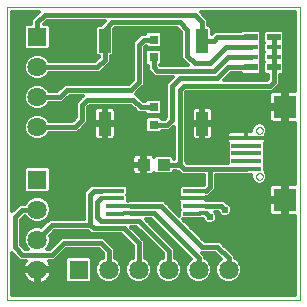
<source format=gtl>
G75*
%MOIN*%
%OFA0B0*%
%FSLAX25Y25*%
%IPPOS*%
%LPD*%
%AMOC8*
5,1,8,0,0,1.08239X$1,22.5*
%
%ADD10C,0.00000*%
%ADD11R,0.04331X0.03937*%
%ADD12R,0.05906X0.01181*%
%ADD13R,0.06425X0.06425*%
%ADD14C,0.06425*%
%ADD15R,0.03150X0.03150*%
%ADD16R,0.04528X0.01732*%
%ADD17R,0.04528X0.02480*%
%ADD18R,0.03937X0.07874*%
%ADD19R,0.09843X0.01575*%
%ADD20R,0.07480X0.07480*%
%ADD21C,0.01600*%
%ADD22C,0.02400*%
%ADD23C,0.01200*%
D10*
X0001600Y0001600D02*
X0001600Y0099100D01*
X0099100Y0099100D01*
X0099100Y0001600D01*
X0001600Y0001600D01*
X0084552Y0042673D02*
X0084554Y0042738D01*
X0084560Y0042804D01*
X0084570Y0042868D01*
X0084583Y0042932D01*
X0084601Y0042995D01*
X0084622Y0043057D01*
X0084647Y0043117D01*
X0084676Y0043176D01*
X0084708Y0043233D01*
X0084744Y0043288D01*
X0084782Y0043341D01*
X0084824Y0043391D01*
X0084869Y0043439D01*
X0084917Y0043484D01*
X0084967Y0043526D01*
X0085020Y0043564D01*
X0085075Y0043600D01*
X0085132Y0043632D01*
X0085191Y0043661D01*
X0085251Y0043686D01*
X0085313Y0043707D01*
X0085376Y0043725D01*
X0085440Y0043738D01*
X0085504Y0043748D01*
X0085570Y0043754D01*
X0085635Y0043756D01*
X0085700Y0043754D01*
X0085766Y0043748D01*
X0085830Y0043738D01*
X0085894Y0043725D01*
X0085957Y0043707D01*
X0086019Y0043686D01*
X0086079Y0043661D01*
X0086138Y0043632D01*
X0086195Y0043600D01*
X0086250Y0043564D01*
X0086303Y0043526D01*
X0086353Y0043484D01*
X0086401Y0043439D01*
X0086446Y0043391D01*
X0086488Y0043341D01*
X0086526Y0043288D01*
X0086562Y0043233D01*
X0086594Y0043176D01*
X0086623Y0043117D01*
X0086648Y0043057D01*
X0086669Y0042995D01*
X0086687Y0042932D01*
X0086700Y0042868D01*
X0086710Y0042804D01*
X0086716Y0042738D01*
X0086718Y0042673D01*
X0086716Y0042608D01*
X0086710Y0042542D01*
X0086700Y0042478D01*
X0086687Y0042414D01*
X0086669Y0042351D01*
X0086648Y0042289D01*
X0086623Y0042229D01*
X0086594Y0042170D01*
X0086562Y0042113D01*
X0086526Y0042058D01*
X0086488Y0042005D01*
X0086446Y0041955D01*
X0086401Y0041907D01*
X0086353Y0041862D01*
X0086303Y0041820D01*
X0086250Y0041782D01*
X0086195Y0041746D01*
X0086138Y0041714D01*
X0086079Y0041685D01*
X0086019Y0041660D01*
X0085957Y0041639D01*
X0085894Y0041621D01*
X0085830Y0041608D01*
X0085766Y0041598D01*
X0085700Y0041592D01*
X0085635Y0041590D01*
X0085570Y0041592D01*
X0085504Y0041598D01*
X0085440Y0041608D01*
X0085376Y0041621D01*
X0085313Y0041639D01*
X0085251Y0041660D01*
X0085191Y0041685D01*
X0085132Y0041714D01*
X0085075Y0041746D01*
X0085020Y0041782D01*
X0084967Y0041820D01*
X0084917Y0041862D01*
X0084869Y0041907D01*
X0084824Y0041955D01*
X0084782Y0042005D01*
X0084744Y0042058D01*
X0084708Y0042113D01*
X0084676Y0042170D01*
X0084647Y0042229D01*
X0084622Y0042289D01*
X0084601Y0042351D01*
X0084583Y0042414D01*
X0084570Y0042478D01*
X0084560Y0042542D01*
X0084554Y0042608D01*
X0084552Y0042673D01*
X0084552Y0058027D02*
X0084554Y0058092D01*
X0084560Y0058158D01*
X0084570Y0058222D01*
X0084583Y0058286D01*
X0084601Y0058349D01*
X0084622Y0058411D01*
X0084647Y0058471D01*
X0084676Y0058530D01*
X0084708Y0058587D01*
X0084744Y0058642D01*
X0084782Y0058695D01*
X0084824Y0058745D01*
X0084869Y0058793D01*
X0084917Y0058838D01*
X0084967Y0058880D01*
X0085020Y0058918D01*
X0085075Y0058954D01*
X0085132Y0058986D01*
X0085191Y0059015D01*
X0085251Y0059040D01*
X0085313Y0059061D01*
X0085376Y0059079D01*
X0085440Y0059092D01*
X0085504Y0059102D01*
X0085570Y0059108D01*
X0085635Y0059110D01*
X0085700Y0059108D01*
X0085766Y0059102D01*
X0085830Y0059092D01*
X0085894Y0059079D01*
X0085957Y0059061D01*
X0086019Y0059040D01*
X0086079Y0059015D01*
X0086138Y0058986D01*
X0086195Y0058954D01*
X0086250Y0058918D01*
X0086303Y0058880D01*
X0086353Y0058838D01*
X0086401Y0058793D01*
X0086446Y0058745D01*
X0086488Y0058695D01*
X0086526Y0058642D01*
X0086562Y0058587D01*
X0086594Y0058530D01*
X0086623Y0058471D01*
X0086648Y0058411D01*
X0086669Y0058349D01*
X0086687Y0058286D01*
X0086700Y0058222D01*
X0086710Y0058158D01*
X0086716Y0058092D01*
X0086718Y0058027D01*
X0086716Y0057962D01*
X0086710Y0057896D01*
X0086700Y0057832D01*
X0086687Y0057768D01*
X0086669Y0057705D01*
X0086648Y0057643D01*
X0086623Y0057583D01*
X0086594Y0057524D01*
X0086562Y0057467D01*
X0086526Y0057412D01*
X0086488Y0057359D01*
X0086446Y0057309D01*
X0086401Y0057261D01*
X0086353Y0057216D01*
X0086303Y0057174D01*
X0086250Y0057136D01*
X0086195Y0057100D01*
X0086138Y0057068D01*
X0086079Y0057039D01*
X0086019Y0057014D01*
X0085957Y0056993D01*
X0085894Y0056975D01*
X0085830Y0056962D01*
X0085766Y0056952D01*
X0085700Y0056946D01*
X0085635Y0056944D01*
X0085570Y0056946D01*
X0085504Y0056952D01*
X0085440Y0056962D01*
X0085376Y0056975D01*
X0085313Y0056993D01*
X0085251Y0057014D01*
X0085191Y0057039D01*
X0085132Y0057068D01*
X0085075Y0057100D01*
X0085020Y0057136D01*
X0084967Y0057174D01*
X0084917Y0057216D01*
X0084869Y0057261D01*
X0084824Y0057309D01*
X0084782Y0057359D01*
X0084744Y0057412D01*
X0084708Y0057467D01*
X0084676Y0057524D01*
X0084647Y0057583D01*
X0084622Y0057643D01*
X0084601Y0057705D01*
X0084583Y0057768D01*
X0084570Y0057832D01*
X0084560Y0057896D01*
X0084554Y0057962D01*
X0084552Y0058027D01*
D11*
X0053696Y0046600D03*
X0047004Y0046600D03*
D12*
X0037555Y0037939D03*
X0037555Y0035380D03*
X0037555Y0032820D03*
X0037555Y0030261D03*
X0063145Y0030261D03*
X0063145Y0032820D03*
X0063145Y0035380D03*
X0063145Y0037939D03*
D13*
X0025350Y0011600D03*
X0011600Y0041600D03*
X0011600Y0089100D03*
D14*
X0011600Y0079100D03*
X0011600Y0069100D03*
X0011600Y0059100D03*
X0011600Y0031600D03*
X0011600Y0021600D03*
X0011600Y0011600D03*
X0035350Y0011600D03*
X0045350Y0011600D03*
X0055350Y0011600D03*
X0065350Y0011600D03*
X0075350Y0011600D03*
D15*
X0050350Y0059897D03*
X0050350Y0065803D03*
X0050350Y0082397D03*
X0050350Y0088303D03*
D16*
X0082761Y0085675D03*
X0082761Y0082525D03*
X0090439Y0082525D03*
X0090439Y0085675D03*
D17*
X0090439Y0089198D03*
X0082761Y0089198D03*
X0082761Y0079002D03*
X0090439Y0079002D03*
D18*
X0066600Y0087880D03*
X0066600Y0060320D03*
X0034100Y0060320D03*
X0034100Y0087880D03*
D19*
X0081305Y0055468D03*
X0081305Y0052909D03*
X0081305Y0050350D03*
X0081305Y0047791D03*
X0081305Y0045232D03*
D20*
X0094100Y0034799D03*
X0094100Y0065901D03*
D21*
X0089100Y0072850D02*
X0060350Y0072850D01*
X0059100Y0071600D01*
X0059100Y0046600D01*
X0060468Y0045232D01*
X0069100Y0045232D01*
X0069100Y0039100D01*
X0067850Y0037850D01*
X0067850Y0032850D02*
X0072850Y0032850D01*
X0074100Y0031600D01*
X0069100Y0029100D02*
X0067850Y0030350D01*
X0066600Y0019100D02*
X0071600Y0019100D01*
X0075350Y0015350D01*
X0075350Y0011600D01*
X0066600Y0019100D02*
X0052850Y0032850D01*
X0042850Y0032850D01*
X0042850Y0030350D02*
X0050350Y0030350D01*
X0065350Y0015350D01*
X0065350Y0011600D01*
X0055350Y0011600D02*
X0055350Y0017850D01*
X0045350Y0027850D01*
X0032850Y0027850D01*
X0031600Y0029100D01*
X0031600Y0034100D01*
X0032850Y0035350D01*
X0032850Y0037850D02*
X0030350Y0037850D01*
X0029100Y0036600D01*
X0029100Y0026600D01*
X0016600Y0026600D01*
X0011600Y0021600D01*
X0006600Y0016600D02*
X0016600Y0016600D01*
X0020350Y0020350D01*
X0032850Y0020350D01*
X0035350Y0017850D01*
X0035350Y0011600D01*
X0045350Y0011600D02*
X0045350Y0020350D01*
X0040350Y0025350D01*
X0030350Y0025350D01*
X0029100Y0026600D01*
X0011600Y0031600D02*
X0006600Y0031600D01*
X0004100Y0029100D01*
X0004100Y0019100D01*
X0006600Y0016600D01*
X0053696Y0046600D02*
X0059100Y0046600D01*
X0069100Y0045232D02*
X0081305Y0045232D01*
X0056600Y0061600D02*
X0056600Y0072850D01*
X0059100Y0075350D01*
X0071600Y0075350D01*
X0075252Y0079002D01*
X0082761Y0079002D01*
X0082761Y0082525D02*
X0075025Y0082525D01*
X0070350Y0077850D01*
X0051600Y0077850D01*
X0050350Y0079100D01*
X0050350Y0082397D01*
X0045350Y0086600D02*
X0045350Y0074100D01*
X0042850Y0071600D01*
X0021600Y0071600D01*
X0020350Y0070350D01*
X0019100Y0069100D01*
X0011600Y0069100D01*
X0011600Y0059100D02*
X0024100Y0059100D01*
X0026600Y0061600D01*
X0026600Y0066600D01*
X0028303Y0068303D01*
X0043647Y0068303D01*
X0046147Y0065803D01*
X0050350Y0065803D01*
X0054897Y0059897D02*
X0056600Y0061600D01*
X0054897Y0059897D02*
X0050350Y0059897D01*
X0031600Y0079100D02*
X0011600Y0079100D01*
X0011600Y0089100D02*
X0011600Y0094100D01*
X0014100Y0096600D01*
X0064100Y0096600D01*
X0066600Y0094100D01*
X0066600Y0087880D01*
X0070380Y0087880D01*
X0071600Y0089100D01*
X0082663Y0089100D01*
X0082761Y0089198D01*
X0082761Y0085675D02*
X0074425Y0085675D01*
X0069100Y0080350D01*
X0064100Y0080350D01*
X0061600Y0082850D01*
X0061600Y0091600D01*
X0059100Y0094100D01*
X0036600Y0094100D01*
X0034100Y0091600D01*
X0034100Y0087880D01*
X0034100Y0081600D01*
X0031600Y0079100D01*
X0045350Y0086600D02*
X0047053Y0088303D01*
X0050350Y0088303D01*
X0089100Y0072850D02*
X0090439Y0074189D01*
X0090439Y0079002D01*
X0090439Y0082525D01*
X0090439Y0085675D01*
X0090439Y0089198D01*
D22*
X0095350Y0095350D03*
X0094100Y0056600D03*
X0094100Y0050350D03*
X0094100Y0044100D03*
X0074100Y0031600D03*
X0069100Y0029100D03*
X0059100Y0046600D03*
X0050350Y0050350D03*
X0005350Y0050350D03*
X0005350Y0095350D03*
X0005350Y0005350D03*
X0050350Y0005350D03*
D23*
X0052850Y0007859D02*
X0054472Y0007187D01*
X0056228Y0007187D01*
X0057850Y0007859D01*
X0059091Y0009100D01*
X0059763Y0010722D01*
X0059763Y0012478D01*
X0059091Y0014100D01*
X0057850Y0015341D01*
X0057350Y0015548D01*
X0057350Y0018678D01*
X0056178Y0019850D01*
X0047678Y0028350D01*
X0049522Y0028350D01*
X0062691Y0015181D01*
X0061609Y0014100D01*
X0060937Y0012478D01*
X0060937Y0010722D01*
X0061609Y0009100D01*
X0062850Y0007859D01*
X0064472Y0007187D01*
X0066228Y0007187D01*
X0067850Y0007859D01*
X0069091Y0009100D01*
X0069763Y0010722D01*
X0069763Y0012478D01*
X0069091Y0014100D01*
X0067850Y0015341D01*
X0067350Y0015548D01*
X0067350Y0016178D01*
X0066428Y0017100D01*
X0070772Y0017100D01*
X0072691Y0015181D01*
X0071609Y0014100D01*
X0070937Y0012478D01*
X0070937Y0010722D01*
X0071609Y0009100D01*
X0072850Y0007859D01*
X0074472Y0007187D01*
X0076228Y0007187D01*
X0077850Y0007859D01*
X0079091Y0009100D01*
X0079763Y0010722D01*
X0079763Y0012478D01*
X0079091Y0014100D01*
X0077850Y0015341D01*
X0077350Y0015548D01*
X0077350Y0016178D01*
X0072428Y0021100D01*
X0067428Y0021100D01*
X0060058Y0028471D01*
X0062410Y0028471D01*
X0062434Y0028448D01*
X0063664Y0028471D01*
X0066595Y0028471D01*
X0066651Y0028527D01*
X0066739Y0028529D01*
X0067065Y0027741D01*
X0067741Y0027065D01*
X0068623Y0026700D01*
X0069577Y0026700D01*
X0070459Y0027065D01*
X0071135Y0027741D01*
X0071500Y0028623D01*
X0071500Y0029577D01*
X0071135Y0030459D01*
X0070744Y0030850D01*
X0071813Y0030850D01*
X0072065Y0030241D01*
X0072741Y0029565D01*
X0073623Y0029200D01*
X0074577Y0029200D01*
X0075459Y0029565D01*
X0076135Y0030241D01*
X0076500Y0031123D01*
X0076500Y0032077D01*
X0076135Y0032959D01*
X0075459Y0033635D01*
X0074577Y0034000D01*
X0074528Y0034000D01*
X0073678Y0034850D01*
X0067698Y0034850D01*
X0067698Y0035379D01*
X0063145Y0035379D01*
X0058593Y0035379D01*
X0058593Y0034578D01*
X0058702Y0034171D01*
X0058912Y0033807D01*
X0058993Y0033726D01*
X0058993Y0031733D01*
X0059184Y0031541D01*
X0058993Y0031349D01*
X0058993Y0029536D01*
X0054850Y0033678D01*
X0054850Y0033678D01*
X0053678Y0034850D01*
X0042022Y0034850D01*
X0041816Y0034644D01*
X0041707Y0034644D01*
X0041707Y0036467D01*
X0041516Y0036659D01*
X0041707Y0036851D01*
X0041707Y0039026D01*
X0041005Y0039729D01*
X0038290Y0039729D01*
X0038266Y0039752D01*
X0037036Y0039729D01*
X0034105Y0039729D01*
X0034049Y0039673D01*
X0033859Y0039669D01*
X0033678Y0039850D01*
X0029522Y0039850D01*
X0028350Y0038678D01*
X0028272Y0038600D01*
X0027100Y0037428D01*
X0027100Y0028600D01*
X0015772Y0028600D01*
X0014600Y0027428D01*
X0012977Y0025806D01*
X0012478Y0026013D01*
X0010722Y0026013D01*
X0009100Y0025341D01*
X0007859Y0024100D01*
X0007187Y0022478D01*
X0007187Y0020722D01*
X0007859Y0019100D01*
X0008360Y0018600D01*
X0007428Y0018600D01*
X0006100Y0019928D01*
X0006100Y0028272D01*
X0007428Y0029600D01*
X0007652Y0029600D01*
X0007859Y0029100D01*
X0009100Y0027859D01*
X0010722Y0027187D01*
X0012478Y0027187D01*
X0014100Y0027859D01*
X0015341Y0029100D01*
X0016013Y0030722D01*
X0016013Y0032478D01*
X0015341Y0034100D01*
X0014100Y0035341D01*
X0012478Y0036013D01*
X0010722Y0036013D01*
X0009100Y0035341D01*
X0007859Y0034100D01*
X0007652Y0033600D01*
X0005772Y0033600D01*
X0003272Y0031100D01*
X0003200Y0031028D01*
X0003200Y0097500D01*
X0012172Y0097500D01*
X0010772Y0096100D01*
X0009600Y0094928D01*
X0009600Y0093513D01*
X0007890Y0093513D01*
X0007187Y0092810D01*
X0007187Y0085390D01*
X0007890Y0084687D01*
X0015310Y0084687D01*
X0016013Y0085390D01*
X0016013Y0092810D01*
X0015310Y0093513D01*
X0013841Y0093513D01*
X0014928Y0094600D01*
X0034272Y0094600D01*
X0033272Y0093600D01*
X0032688Y0093017D01*
X0031634Y0093017D01*
X0030931Y0092314D01*
X0030931Y0083445D01*
X0031634Y0082743D01*
X0032100Y0082743D01*
X0032100Y0082428D01*
X0030772Y0081100D01*
X0015548Y0081100D01*
X0015341Y0081600D01*
X0014100Y0082841D01*
X0012478Y0083513D01*
X0010722Y0083513D01*
X0009100Y0082841D01*
X0007859Y0081600D01*
X0007187Y0079978D01*
X0007187Y0078222D01*
X0007859Y0076600D01*
X0009100Y0075359D01*
X0010722Y0074687D01*
X0012478Y0074687D01*
X0014100Y0075359D01*
X0015341Y0076600D01*
X0015548Y0077100D01*
X0032428Y0077100D01*
X0033600Y0078272D01*
X0036100Y0080772D01*
X0036100Y0082743D01*
X0036566Y0082743D01*
X0037268Y0083445D01*
X0037268Y0091940D01*
X0037428Y0092100D01*
X0058272Y0092100D01*
X0059600Y0090772D01*
X0059600Y0082022D01*
X0060772Y0080850D01*
X0061772Y0079850D01*
X0052649Y0079850D01*
X0053125Y0080325D01*
X0053125Y0084469D01*
X0052422Y0085172D01*
X0048278Y0085172D01*
X0047575Y0084469D01*
X0047575Y0080325D01*
X0048278Y0079622D01*
X0048350Y0079622D01*
X0048350Y0078272D01*
X0049600Y0077022D01*
X0050772Y0075850D01*
X0056772Y0075850D01*
X0055772Y0074850D01*
X0054600Y0073678D01*
X0054600Y0062428D01*
X0054069Y0061897D01*
X0053125Y0061897D01*
X0053125Y0061969D01*
X0052422Y0062672D01*
X0048278Y0062672D01*
X0047575Y0061969D01*
X0047575Y0057825D01*
X0048278Y0057122D01*
X0052422Y0057122D01*
X0053125Y0057825D01*
X0053125Y0057897D01*
X0055726Y0057897D01*
X0056897Y0059069D01*
X0057100Y0059272D01*
X0057100Y0048600D01*
X0057062Y0048600D01*
X0057062Y0049066D01*
X0056359Y0049768D01*
X0051034Y0049768D01*
X0050584Y0049318D01*
X0050449Y0049551D01*
X0050151Y0049849D01*
X0049786Y0050059D01*
X0049380Y0050168D01*
X0047388Y0050168D01*
X0047388Y0046984D01*
X0046619Y0046984D01*
X0046619Y0046216D01*
X0043238Y0046216D01*
X0043238Y0044421D01*
X0043347Y0044014D01*
X0043558Y0043649D01*
X0043856Y0043351D01*
X0044221Y0043141D01*
X0044628Y0043031D01*
X0046619Y0043031D01*
X0046619Y0046216D01*
X0047388Y0046216D01*
X0047388Y0043031D01*
X0049380Y0043031D01*
X0049786Y0043141D01*
X0050151Y0043351D01*
X0050449Y0043649D01*
X0050584Y0043882D01*
X0051034Y0043431D01*
X0056359Y0043431D01*
X0057062Y0044134D01*
X0057062Y0044600D01*
X0057706Y0044600D01*
X0057741Y0044565D01*
X0058623Y0044200D01*
X0058672Y0044200D01*
X0059640Y0043232D01*
X0067100Y0043232D01*
X0067100Y0039928D01*
X0066841Y0039669D01*
X0066651Y0039673D01*
X0066595Y0039729D01*
X0063664Y0039729D01*
X0062434Y0039752D01*
X0062410Y0039729D01*
X0059695Y0039729D01*
X0058993Y0039026D01*
X0058993Y0037033D01*
X0058912Y0036952D01*
X0058702Y0036588D01*
X0058593Y0036181D01*
X0058593Y0035380D01*
X0063145Y0035380D01*
X0063145Y0035379D01*
X0063145Y0035380D01*
X0067698Y0035380D01*
X0067698Y0035850D01*
X0068678Y0035850D01*
X0069928Y0037100D01*
X0071100Y0038272D01*
X0071100Y0043232D01*
X0082133Y0043232D01*
X0082146Y0043244D01*
X0082969Y0043244D01*
X0082953Y0043206D01*
X0082953Y0042139D01*
X0083361Y0041153D01*
X0084116Y0040399D01*
X0085102Y0039990D01*
X0086169Y0039990D01*
X0087155Y0040399D01*
X0087910Y0041153D01*
X0088318Y0042139D01*
X0088318Y0043206D01*
X0087910Y0044192D01*
X0087426Y0044676D01*
X0087426Y0053618D01*
X0087506Y0053698D01*
X0087717Y0054063D01*
X0087826Y0054470D01*
X0087826Y0055468D01*
X0086467Y0055468D01*
X0086468Y0055468D01*
X0087826Y0055468D01*
X0087826Y0056424D01*
X0087910Y0056508D01*
X0088318Y0057494D01*
X0088318Y0058561D01*
X0087910Y0059547D01*
X0087155Y0060301D01*
X0086169Y0060710D01*
X0085102Y0060710D01*
X0084116Y0060301D01*
X0083361Y0059547D01*
X0082953Y0058561D01*
X0082953Y0057855D01*
X0081305Y0057855D01*
X0081305Y0055468D01*
X0081305Y0055468D01*
X0074783Y0055468D01*
X0074783Y0054470D01*
X0074892Y0054063D01*
X0075103Y0053698D01*
X0075183Y0053618D01*
X0075183Y0047232D01*
X0061436Y0047232D01*
X0061135Y0047959D01*
X0061100Y0047994D01*
X0061100Y0070772D01*
X0061178Y0070850D01*
X0089306Y0070850D01*
X0089080Y0070624D01*
X0088869Y0070259D01*
X0088760Y0069852D01*
X0088760Y0066501D01*
X0093500Y0066501D01*
X0093500Y0065301D01*
X0094700Y0065301D01*
X0094700Y0060561D01*
X0097500Y0060561D01*
X0097500Y0040139D01*
X0094700Y0040139D01*
X0094700Y0035399D01*
X0093500Y0035399D01*
X0093500Y0040139D01*
X0090149Y0040139D01*
X0089742Y0040030D01*
X0089377Y0039819D01*
X0089080Y0039521D01*
X0088869Y0039157D01*
X0088760Y0038750D01*
X0088760Y0035399D01*
X0093500Y0035399D01*
X0093500Y0034199D01*
X0088760Y0034199D01*
X0088760Y0030848D01*
X0088869Y0030441D01*
X0089080Y0030076D01*
X0089377Y0029778D01*
X0089742Y0029568D01*
X0090149Y0029459D01*
X0093500Y0029459D01*
X0093500Y0034199D01*
X0094700Y0034199D01*
X0094700Y0029459D01*
X0097500Y0029459D01*
X0097500Y0003200D01*
X0003200Y0003200D01*
X0003200Y0017172D01*
X0004600Y0015772D01*
X0005772Y0014600D01*
X0007831Y0014600D01*
X0007484Y0014122D01*
X0007140Y0013447D01*
X0006906Y0012727D01*
X0006791Y0012004D01*
X0011196Y0012004D01*
X0011196Y0011196D01*
X0012004Y0011196D01*
X0012004Y0012004D01*
X0016409Y0012004D01*
X0016294Y0012727D01*
X0016060Y0013447D01*
X0015716Y0014122D01*
X0015369Y0014600D01*
X0017428Y0014600D01*
X0021178Y0018350D01*
X0032022Y0018350D01*
X0033350Y0017022D01*
X0033350Y0015548D01*
X0032850Y0015341D01*
X0031609Y0014100D01*
X0030937Y0012478D01*
X0030937Y0010722D01*
X0031609Y0009100D01*
X0032850Y0007859D01*
X0034472Y0007187D01*
X0036228Y0007187D01*
X0037850Y0007859D01*
X0039091Y0009100D01*
X0039763Y0010722D01*
X0039763Y0012478D01*
X0039091Y0014100D01*
X0037850Y0015341D01*
X0037350Y0015548D01*
X0037350Y0018678D01*
X0036178Y0019850D01*
X0033678Y0022350D01*
X0019522Y0022350D01*
X0018350Y0021178D01*
X0015772Y0018600D01*
X0014840Y0018600D01*
X0015341Y0019100D01*
X0016013Y0020722D01*
X0016013Y0022478D01*
X0015806Y0022977D01*
X0017428Y0024600D01*
X0028272Y0024600D01*
X0029522Y0023350D01*
X0039522Y0023350D01*
X0043350Y0019522D01*
X0043350Y0015548D01*
X0042850Y0015341D01*
X0041609Y0014100D01*
X0040937Y0012478D01*
X0040937Y0010722D01*
X0041609Y0009100D01*
X0042850Y0007859D01*
X0044472Y0007187D01*
X0046228Y0007187D01*
X0047850Y0007859D01*
X0049091Y0009100D01*
X0049763Y0010722D01*
X0049763Y0012478D01*
X0049091Y0014100D01*
X0047850Y0015341D01*
X0047350Y0015548D01*
X0047350Y0021178D01*
X0042678Y0025850D01*
X0044522Y0025850D01*
X0053350Y0017022D01*
X0053350Y0015548D01*
X0052850Y0015341D01*
X0051609Y0014100D01*
X0050937Y0012478D01*
X0050937Y0010722D01*
X0051609Y0009100D01*
X0052850Y0007859D01*
X0053494Y0007593D02*
X0047206Y0007593D01*
X0048781Y0008791D02*
X0051919Y0008791D01*
X0051241Y0009990D02*
X0049459Y0009990D01*
X0049763Y0011188D02*
X0050937Y0011188D01*
X0050937Y0012387D02*
X0049763Y0012387D01*
X0049304Y0013585D02*
X0051396Y0013585D01*
X0052293Y0014784D02*
X0048407Y0014784D01*
X0047350Y0015982D02*
X0053350Y0015982D01*
X0053191Y0017181D02*
X0047350Y0017181D01*
X0047350Y0018379D02*
X0051992Y0018379D01*
X0050794Y0019578D02*
X0047350Y0019578D01*
X0047350Y0020776D02*
X0049595Y0020776D01*
X0048397Y0021975D02*
X0046554Y0021975D01*
X0047198Y0023173D02*
X0045355Y0023173D01*
X0046000Y0024372D02*
X0044157Y0024372D01*
X0044801Y0025570D02*
X0042958Y0025570D01*
X0039698Y0023173D02*
X0016002Y0023173D01*
X0017200Y0024372D02*
X0028500Y0024372D01*
X0027100Y0029166D02*
X0015368Y0029166D01*
X0015139Y0027967D02*
X0014208Y0027967D01*
X0014600Y0027428D02*
X0014600Y0027428D01*
X0013940Y0026769D02*
X0006100Y0026769D01*
X0006100Y0027967D02*
X0008992Y0027967D01*
X0007832Y0029166D02*
X0006994Y0029166D01*
X0006100Y0025570D02*
X0009654Y0025570D01*
X0008131Y0024372D02*
X0006100Y0024372D01*
X0006100Y0023173D02*
X0007475Y0023173D01*
X0007187Y0021975D02*
X0006100Y0021975D01*
X0006100Y0020776D02*
X0007187Y0020776D01*
X0007662Y0019578D02*
X0006451Y0019578D01*
X0004389Y0015982D02*
X0003200Y0015982D01*
X0003200Y0014784D02*
X0005588Y0014784D01*
X0007210Y0013585D02*
X0003200Y0013585D01*
X0003200Y0012387D02*
X0006852Y0012387D01*
X0006791Y0011196D02*
X0006906Y0010473D01*
X0007140Y0009753D01*
X0007484Y0009078D01*
X0007929Y0008465D01*
X0008465Y0007929D01*
X0009078Y0007484D01*
X0009753Y0007140D01*
X0010473Y0006906D01*
X0011196Y0006791D01*
X0011196Y0011196D01*
X0006791Y0011196D01*
X0006793Y0011188D02*
X0003200Y0011188D01*
X0003200Y0009990D02*
X0007063Y0009990D01*
X0007692Y0008791D02*
X0003200Y0008791D01*
X0003200Y0007593D02*
X0008928Y0007593D01*
X0011196Y0007593D02*
X0012004Y0007593D01*
X0012004Y0006791D02*
X0012727Y0006906D01*
X0013447Y0007140D01*
X0014122Y0007484D01*
X0014735Y0007929D01*
X0015271Y0008465D01*
X0015716Y0009078D01*
X0016060Y0009753D01*
X0016294Y0010473D01*
X0016409Y0011196D01*
X0012004Y0011196D01*
X0012004Y0006791D01*
X0012004Y0008791D02*
X0011196Y0008791D01*
X0011196Y0009990D02*
X0012004Y0009990D01*
X0012004Y0011188D02*
X0011196Y0011188D01*
X0014272Y0007593D02*
X0021235Y0007593D01*
X0020937Y0007890D02*
X0021640Y0007187D01*
X0029060Y0007187D01*
X0029763Y0007890D01*
X0029763Y0015310D01*
X0029060Y0016013D01*
X0021640Y0016013D01*
X0020937Y0015310D01*
X0020937Y0007890D01*
X0020937Y0008791D02*
X0015508Y0008791D01*
X0016137Y0009990D02*
X0020937Y0009990D01*
X0020937Y0011188D02*
X0016407Y0011188D01*
X0016348Y0012387D02*
X0020937Y0012387D01*
X0020937Y0013585D02*
X0015990Y0013585D01*
X0017612Y0014784D02*
X0020937Y0014784D01*
X0021610Y0015982D02*
X0018811Y0015982D01*
X0020009Y0017181D02*
X0033191Y0017181D01*
X0033350Y0015982D02*
X0029090Y0015982D01*
X0029763Y0014784D02*
X0032293Y0014784D01*
X0031396Y0013585D02*
X0029763Y0013585D01*
X0029763Y0012387D02*
X0030937Y0012387D01*
X0030937Y0011188D02*
X0029763Y0011188D01*
X0029763Y0009990D02*
X0031241Y0009990D01*
X0031919Y0008791D02*
X0029763Y0008791D01*
X0029465Y0007593D02*
X0033494Y0007593D01*
X0037206Y0007593D02*
X0043494Y0007593D01*
X0041919Y0008791D02*
X0038781Y0008791D01*
X0039459Y0009990D02*
X0041241Y0009990D01*
X0040937Y0011188D02*
X0039763Y0011188D01*
X0039763Y0012387D02*
X0040937Y0012387D01*
X0041396Y0013585D02*
X0039304Y0013585D01*
X0038407Y0014784D02*
X0042293Y0014784D01*
X0043350Y0015982D02*
X0037350Y0015982D01*
X0037350Y0017181D02*
X0043350Y0017181D01*
X0043350Y0018379D02*
X0037350Y0018379D01*
X0036451Y0019578D02*
X0043294Y0019578D01*
X0042095Y0020776D02*
X0035252Y0020776D01*
X0034054Y0021975D02*
X0040897Y0021975D01*
X0048061Y0027967D02*
X0049904Y0027967D01*
X0049260Y0026769D02*
X0051103Y0026769D01*
X0050458Y0025570D02*
X0052301Y0025570D01*
X0051657Y0024372D02*
X0053500Y0024372D01*
X0052855Y0023173D02*
X0054698Y0023173D01*
X0054054Y0021975D02*
X0055897Y0021975D01*
X0055252Y0020776D02*
X0057095Y0020776D01*
X0056451Y0019578D02*
X0058294Y0019578D01*
X0057350Y0018379D02*
X0059492Y0018379D01*
X0060691Y0017181D02*
X0057350Y0017181D01*
X0057350Y0015982D02*
X0061889Y0015982D01*
X0062293Y0014784D02*
X0058407Y0014784D01*
X0059304Y0013585D02*
X0061396Y0013585D01*
X0060937Y0012387D02*
X0059763Y0012387D01*
X0059763Y0011188D02*
X0060937Y0011188D01*
X0061241Y0009990D02*
X0059459Y0009990D01*
X0058781Y0008791D02*
X0061919Y0008791D01*
X0063494Y0007593D02*
X0057206Y0007593D01*
X0067206Y0007593D02*
X0073494Y0007593D01*
X0071919Y0008791D02*
X0068781Y0008791D01*
X0069459Y0009990D02*
X0071241Y0009990D01*
X0070937Y0011188D02*
X0069763Y0011188D01*
X0069763Y0012387D02*
X0070937Y0012387D01*
X0071396Y0013585D02*
X0069304Y0013585D01*
X0068407Y0014784D02*
X0072293Y0014784D01*
X0071889Y0015982D02*
X0067350Y0015982D01*
X0072752Y0020776D02*
X0097500Y0020776D01*
X0097500Y0019578D02*
X0073951Y0019578D01*
X0075149Y0018379D02*
X0097500Y0018379D01*
X0097500Y0017181D02*
X0076348Y0017181D01*
X0077350Y0015982D02*
X0097500Y0015982D01*
X0097500Y0014784D02*
X0078407Y0014784D01*
X0079304Y0013585D02*
X0097500Y0013585D01*
X0097500Y0012387D02*
X0079763Y0012387D01*
X0079763Y0011188D02*
X0097500Y0011188D01*
X0097500Y0009990D02*
X0079459Y0009990D01*
X0078781Y0008791D02*
X0097500Y0008791D01*
X0097500Y0007593D02*
X0077206Y0007593D01*
X0066554Y0021975D02*
X0097500Y0021975D01*
X0097500Y0023173D02*
X0065355Y0023173D01*
X0064157Y0024372D02*
X0097500Y0024372D01*
X0097500Y0025570D02*
X0062958Y0025570D01*
X0061760Y0026769D02*
X0068457Y0026769D01*
X0066971Y0027967D02*
X0060561Y0027967D01*
X0058993Y0030364D02*
X0058164Y0030364D01*
X0059163Y0031563D02*
X0056966Y0031563D01*
X0055767Y0032761D02*
X0058993Y0032761D01*
X0058824Y0033960D02*
X0054569Y0033960D01*
X0058593Y0035158D02*
X0041707Y0035158D01*
X0041707Y0036357D02*
X0058640Y0036357D01*
X0058993Y0037555D02*
X0041707Y0037555D01*
X0041707Y0038754D02*
X0058993Y0038754D01*
X0063145Y0037939D02*
X0067850Y0037850D01*
X0069185Y0036357D02*
X0088760Y0036357D01*
X0088760Y0037555D02*
X0070384Y0037555D01*
X0071100Y0038754D02*
X0088761Y0038754D01*
X0089608Y0039952D02*
X0071100Y0039952D01*
X0071100Y0041151D02*
X0083364Y0041151D01*
X0082953Y0042349D02*
X0071100Y0042349D01*
X0067100Y0042349D02*
X0016013Y0042349D01*
X0016013Y0043548D02*
X0043659Y0043548D01*
X0043238Y0044746D02*
X0016013Y0044746D01*
X0016013Y0045310D02*
X0015310Y0046013D01*
X0007890Y0046013D01*
X0007187Y0045310D01*
X0007187Y0037890D01*
X0007890Y0037187D01*
X0015310Y0037187D01*
X0016013Y0037890D01*
X0016013Y0045310D01*
X0015377Y0045945D02*
X0043238Y0045945D01*
X0043238Y0046984D02*
X0046619Y0046984D01*
X0046619Y0050168D01*
X0044628Y0050168D01*
X0044221Y0050059D01*
X0043856Y0049849D01*
X0043558Y0049551D01*
X0043347Y0049186D01*
X0043238Y0048779D01*
X0043238Y0046984D01*
X0043238Y0047143D02*
X0003200Y0047143D01*
X0003200Y0045945D02*
X0007823Y0045945D01*
X0007187Y0044746D02*
X0003200Y0044746D01*
X0003200Y0043548D02*
X0007187Y0043548D01*
X0007187Y0042349D02*
X0003200Y0042349D01*
X0003200Y0041151D02*
X0007187Y0041151D01*
X0007187Y0039952D02*
X0003200Y0039952D01*
X0003200Y0038754D02*
X0007187Y0038754D01*
X0007522Y0037555D02*
X0003200Y0037555D01*
X0003200Y0036357D02*
X0027100Y0036357D01*
X0027227Y0037555D02*
X0015678Y0037555D01*
X0016013Y0038754D02*
X0028425Y0038754D01*
X0027100Y0035158D02*
X0014282Y0035158D01*
X0015399Y0033960D02*
X0027100Y0033960D01*
X0027100Y0032761D02*
X0015895Y0032761D01*
X0016013Y0031563D02*
X0027100Y0031563D01*
X0027100Y0030364D02*
X0015864Y0030364D01*
X0008918Y0035158D02*
X0003200Y0035158D01*
X0003200Y0033960D02*
X0007801Y0033960D01*
X0004933Y0032761D02*
X0003200Y0032761D01*
X0003200Y0031563D02*
X0003734Y0031563D01*
X0016013Y0039952D02*
X0067100Y0039952D01*
X0067100Y0041151D02*
X0016013Y0041151D01*
X0003200Y0048342D02*
X0043238Y0048342D01*
X0043552Y0049540D02*
X0003200Y0049540D01*
X0003200Y0050739D02*
X0057100Y0050739D01*
X0057100Y0051937D02*
X0003200Y0051937D01*
X0003200Y0053136D02*
X0057100Y0053136D01*
X0057100Y0054334D02*
X0003200Y0054334D01*
X0003200Y0055533D02*
X0008927Y0055533D01*
X0009100Y0055359D02*
X0007859Y0056600D01*
X0007187Y0058222D01*
X0007187Y0059978D01*
X0007859Y0061600D01*
X0009100Y0062841D01*
X0010722Y0063513D01*
X0012478Y0063513D01*
X0014100Y0062841D01*
X0015341Y0061600D01*
X0015548Y0061100D01*
X0023272Y0061100D01*
X0024600Y0062428D01*
X0024600Y0067428D01*
X0025772Y0068600D01*
X0026303Y0069131D01*
X0026772Y0069600D01*
X0022428Y0069600D01*
X0022350Y0069522D01*
X0019928Y0067100D01*
X0015548Y0067100D01*
X0015341Y0066600D01*
X0014100Y0065359D01*
X0012478Y0064687D01*
X0010722Y0064687D01*
X0009100Y0065359D01*
X0007859Y0066600D01*
X0007187Y0068222D01*
X0007187Y0069978D01*
X0007859Y0071600D01*
X0009100Y0072841D01*
X0010722Y0073513D01*
X0012478Y0073513D01*
X0014100Y0072841D01*
X0015341Y0071600D01*
X0015548Y0071100D01*
X0018272Y0071100D01*
X0019522Y0072350D01*
X0020772Y0073600D01*
X0042022Y0073600D01*
X0043350Y0074928D01*
X0043350Y0087428D01*
X0044522Y0088600D01*
X0046224Y0090303D01*
X0047575Y0090303D01*
X0047575Y0090375D01*
X0048278Y0091078D01*
X0052422Y0091078D01*
X0053125Y0090375D01*
X0053125Y0086231D01*
X0052422Y0085528D01*
X0048278Y0085528D01*
X0047692Y0086114D01*
X0047350Y0085772D01*
X0047350Y0073272D01*
X0044850Y0070772D01*
X0044381Y0070303D01*
X0044476Y0070303D01*
X0046976Y0067803D01*
X0047575Y0067803D01*
X0047575Y0067875D01*
X0048278Y0068578D01*
X0052422Y0068578D01*
X0053125Y0067875D01*
X0053125Y0063731D01*
X0052422Y0063028D01*
X0048278Y0063028D01*
X0047575Y0063731D01*
X0047575Y0063803D01*
X0045319Y0063803D01*
X0044147Y0064974D01*
X0042819Y0066303D01*
X0029131Y0066303D01*
X0028600Y0065772D01*
X0028600Y0060772D01*
X0026100Y0058272D01*
X0024928Y0057100D01*
X0015548Y0057100D01*
X0015341Y0056600D01*
X0014100Y0055359D01*
X0012478Y0054687D01*
X0010722Y0054687D01*
X0009100Y0055359D01*
X0007805Y0056732D02*
X0003200Y0056732D01*
X0003200Y0057930D02*
X0007308Y0057930D01*
X0007187Y0059129D02*
X0003200Y0059129D01*
X0003200Y0060327D02*
X0007332Y0060327D01*
X0007829Y0061526D02*
X0003200Y0061526D01*
X0003200Y0062724D02*
X0008984Y0062724D01*
X0009675Y0065121D02*
X0003200Y0065121D01*
X0003200Y0063923D02*
X0024600Y0063923D01*
X0024600Y0065121D02*
X0013525Y0065121D01*
X0015060Y0066320D02*
X0024600Y0066320D01*
X0024690Y0067518D02*
X0020347Y0067518D01*
X0021545Y0068717D02*
X0025888Y0068717D01*
X0028600Y0065121D02*
X0030783Y0065121D01*
X0030851Y0065240D02*
X0030641Y0064875D01*
X0030531Y0064468D01*
X0030531Y0060705D01*
X0033716Y0060705D01*
X0033716Y0065857D01*
X0031921Y0065857D01*
X0031514Y0065748D01*
X0031149Y0065538D01*
X0030851Y0065240D01*
X0030531Y0063923D02*
X0028600Y0063923D01*
X0028600Y0062724D02*
X0030531Y0062724D01*
X0030531Y0061526D02*
X0028600Y0061526D01*
X0028155Y0060327D02*
X0033716Y0060327D01*
X0033716Y0060705D02*
X0033716Y0059936D01*
X0034484Y0059936D01*
X0034484Y0054783D01*
X0036279Y0054783D01*
X0036686Y0054892D01*
X0037051Y0055103D01*
X0037349Y0055401D01*
X0037559Y0055766D01*
X0037668Y0056173D01*
X0037668Y0059936D01*
X0034484Y0059936D01*
X0034484Y0060705D01*
X0033716Y0060705D01*
X0034484Y0060705D02*
X0034484Y0065857D01*
X0036279Y0065857D01*
X0036686Y0065748D01*
X0037051Y0065538D01*
X0037349Y0065240D01*
X0037559Y0064875D01*
X0037668Y0064468D01*
X0037668Y0060705D01*
X0034484Y0060705D01*
X0034484Y0060327D02*
X0047575Y0060327D01*
X0047575Y0059129D02*
X0037668Y0059129D01*
X0037668Y0057930D02*
X0047575Y0057930D01*
X0047575Y0061526D02*
X0037668Y0061526D01*
X0037668Y0062724D02*
X0054600Y0062724D01*
X0054600Y0063923D02*
X0053125Y0063923D01*
X0053125Y0065121D02*
X0054600Y0065121D01*
X0054600Y0066320D02*
X0053125Y0066320D01*
X0053125Y0067518D02*
X0054600Y0067518D01*
X0054600Y0068717D02*
X0046062Y0068717D01*
X0044863Y0069915D02*
X0054600Y0069915D01*
X0054600Y0071114D02*
X0045192Y0071114D01*
X0046391Y0072312D02*
X0054600Y0072312D01*
X0054600Y0073511D02*
X0047350Y0073511D01*
X0047350Y0074709D02*
X0055631Y0074709D01*
X0050714Y0075908D02*
X0047350Y0075908D01*
X0047350Y0077106D02*
X0049515Y0077106D01*
X0048350Y0078305D02*
X0047350Y0078305D01*
X0047350Y0079503D02*
X0048350Y0079503D01*
X0047575Y0080702D02*
X0047350Y0080702D01*
X0047350Y0081900D02*
X0047575Y0081900D01*
X0047575Y0083099D02*
X0047350Y0083099D01*
X0047350Y0084297D02*
X0047575Y0084297D01*
X0047350Y0085496D02*
X0059600Y0085496D01*
X0059600Y0084297D02*
X0053125Y0084297D01*
X0053125Y0083099D02*
X0059600Y0083099D01*
X0059721Y0081900D02*
X0053125Y0081900D01*
X0053125Y0080702D02*
X0060920Y0080702D01*
X0060772Y0080850D02*
X0060772Y0080850D01*
X0059600Y0086694D02*
X0053125Y0086694D01*
X0053125Y0087893D02*
X0059600Y0087893D01*
X0059600Y0089091D02*
X0053125Y0089091D01*
X0053125Y0090290D02*
X0059600Y0090290D01*
X0058883Y0091488D02*
X0037268Y0091488D01*
X0037268Y0090290D02*
X0046211Y0090290D01*
X0045013Y0089091D02*
X0037268Y0089091D01*
X0037268Y0087893D02*
X0043814Y0087893D01*
X0043350Y0086694D02*
X0037268Y0086694D01*
X0037268Y0085496D02*
X0043350Y0085496D01*
X0043350Y0084297D02*
X0037268Y0084297D01*
X0036922Y0083099D02*
X0043350Y0083099D01*
X0043350Y0081900D02*
X0036100Y0081900D01*
X0036030Y0080702D02*
X0043350Y0080702D01*
X0043350Y0079503D02*
X0034832Y0079503D01*
X0033633Y0078305D02*
X0043350Y0078305D01*
X0043350Y0077106D02*
X0032435Y0077106D01*
X0033600Y0078272D02*
X0033600Y0078272D01*
X0031572Y0081900D02*
X0015040Y0081900D01*
X0013477Y0083099D02*
X0031278Y0083099D01*
X0030931Y0084297D02*
X0003200Y0084297D01*
X0003200Y0083099D02*
X0009723Y0083099D01*
X0008160Y0081900D02*
X0003200Y0081900D01*
X0003200Y0080702D02*
X0007487Y0080702D01*
X0007187Y0079503D02*
X0003200Y0079503D01*
X0003200Y0078305D02*
X0007187Y0078305D01*
X0007650Y0077106D02*
X0003200Y0077106D01*
X0003200Y0075908D02*
X0008552Y0075908D01*
X0010670Y0074709D02*
X0003200Y0074709D01*
X0003200Y0073511D02*
X0010718Y0073511D01*
X0012482Y0073511D02*
X0020682Y0073511D01*
X0019484Y0072312D02*
X0014628Y0072312D01*
X0015542Y0071114D02*
X0018285Y0071114D01*
X0014648Y0075908D02*
X0043350Y0075908D01*
X0043131Y0074709D02*
X0012530Y0074709D01*
X0008572Y0072312D02*
X0003200Y0072312D01*
X0003200Y0071114D02*
X0007658Y0071114D01*
X0007187Y0069915D02*
X0003200Y0069915D01*
X0003200Y0068717D02*
X0007187Y0068717D01*
X0007479Y0067518D02*
X0003200Y0067518D01*
X0003200Y0066320D02*
X0008140Y0066320D01*
X0014216Y0062724D02*
X0024600Y0062724D01*
X0023697Y0061526D02*
X0015371Y0061526D01*
X0015395Y0056732D02*
X0030531Y0056732D01*
X0030531Y0056173D02*
X0030641Y0055766D01*
X0030851Y0055401D01*
X0031149Y0055103D01*
X0031514Y0054892D01*
X0031921Y0054783D01*
X0033716Y0054783D01*
X0033716Y0059936D01*
X0030531Y0059936D01*
X0030531Y0056173D01*
X0030775Y0055533D02*
X0014273Y0055533D01*
X0025758Y0057930D02*
X0030531Y0057930D01*
X0030531Y0059129D02*
X0026957Y0059129D01*
X0033716Y0059129D02*
X0034484Y0059129D01*
X0034484Y0057930D02*
X0033716Y0057930D01*
X0033716Y0056732D02*
X0034484Y0056732D01*
X0034484Y0055533D02*
X0033716Y0055533D01*
X0037425Y0055533D02*
X0057100Y0055533D01*
X0057100Y0056732D02*
X0037668Y0056732D01*
X0034484Y0061526D02*
X0033716Y0061526D01*
X0033716Y0062724D02*
X0034484Y0062724D01*
X0034484Y0063923D02*
X0033716Y0063923D01*
X0033716Y0065121D02*
X0034484Y0065121D01*
X0037417Y0065121D02*
X0044000Y0065121D01*
X0045199Y0063923D02*
X0037668Y0063923D01*
X0046619Y0049540D02*
X0047388Y0049540D01*
X0047388Y0048342D02*
X0046619Y0048342D01*
X0046619Y0047143D02*
X0047388Y0047143D01*
X0047388Y0045945D02*
X0046619Y0045945D01*
X0046619Y0044746D02*
X0047388Y0044746D01*
X0047388Y0043548D02*
X0046619Y0043548D01*
X0050348Y0043548D02*
X0050918Y0043548D01*
X0056475Y0043548D02*
X0059324Y0043548D01*
X0061100Y0048342D02*
X0075183Y0048342D01*
X0075183Y0049540D02*
X0061100Y0049540D01*
X0061100Y0050739D02*
X0075183Y0050739D01*
X0075183Y0051937D02*
X0061100Y0051937D01*
X0061100Y0053136D02*
X0075183Y0053136D01*
X0074820Y0054334D02*
X0061100Y0054334D01*
X0061100Y0055533D02*
X0063275Y0055533D01*
X0063351Y0055401D02*
X0063649Y0055103D01*
X0064014Y0054892D01*
X0064421Y0054783D01*
X0066216Y0054783D01*
X0066216Y0059936D01*
X0066984Y0059936D01*
X0066984Y0054783D01*
X0068779Y0054783D01*
X0069186Y0054892D01*
X0069551Y0055103D01*
X0069849Y0055401D01*
X0070059Y0055766D01*
X0070168Y0056173D01*
X0070168Y0059936D01*
X0066984Y0059936D01*
X0066984Y0060705D01*
X0066216Y0060705D01*
X0066216Y0065857D01*
X0064421Y0065857D01*
X0064014Y0065748D01*
X0063649Y0065538D01*
X0063351Y0065240D01*
X0063141Y0064875D01*
X0063031Y0064468D01*
X0063031Y0060705D01*
X0066216Y0060705D01*
X0066216Y0059936D01*
X0063031Y0059936D01*
X0063031Y0056173D01*
X0063141Y0055766D01*
X0063351Y0055401D01*
X0063031Y0056732D02*
X0061100Y0056732D01*
X0061100Y0057930D02*
X0063031Y0057930D01*
X0063031Y0059129D02*
X0061100Y0059129D01*
X0061100Y0060327D02*
X0066216Y0060327D01*
X0066984Y0060327D02*
X0084178Y0060327D01*
X0083188Y0059129D02*
X0070168Y0059129D01*
X0070168Y0057930D02*
X0082953Y0057930D01*
X0081305Y0057855D02*
X0081305Y0055468D01*
X0081305Y0055468D01*
X0074783Y0055468D01*
X0074783Y0056466D01*
X0074892Y0056873D01*
X0075103Y0057238D01*
X0075401Y0057536D01*
X0075766Y0057746D01*
X0076173Y0057855D01*
X0081305Y0057855D01*
X0081305Y0056732D02*
X0081305Y0056732D01*
X0081305Y0055533D02*
X0081305Y0055533D01*
X0074783Y0055533D02*
X0069925Y0055533D01*
X0070168Y0056732D02*
X0074855Y0056732D01*
X0070168Y0060705D02*
X0070168Y0064468D01*
X0070059Y0064875D01*
X0069849Y0065240D01*
X0069551Y0065538D01*
X0069186Y0065748D01*
X0068779Y0065857D01*
X0066984Y0065857D01*
X0066984Y0060705D01*
X0070168Y0060705D01*
X0070168Y0061526D02*
X0088879Y0061526D01*
X0088869Y0061543D02*
X0089080Y0061179D01*
X0089377Y0060881D01*
X0089742Y0060670D01*
X0090149Y0060561D01*
X0093500Y0060561D01*
X0093500Y0065301D01*
X0088760Y0065301D01*
X0088760Y0061950D01*
X0088869Y0061543D01*
X0088760Y0062724D02*
X0070168Y0062724D01*
X0070168Y0063923D02*
X0088760Y0063923D01*
X0088760Y0065121D02*
X0069917Y0065121D01*
X0066984Y0065121D02*
X0066216Y0065121D01*
X0066216Y0063923D02*
X0066984Y0063923D01*
X0066984Y0062724D02*
X0066216Y0062724D01*
X0066216Y0061526D02*
X0066984Y0061526D01*
X0066984Y0059129D02*
X0066216Y0059129D01*
X0066216Y0057930D02*
X0066984Y0057930D01*
X0066984Y0056732D02*
X0066216Y0056732D01*
X0066216Y0055533D02*
X0066984Y0055533D01*
X0063031Y0061526D02*
X0061100Y0061526D01*
X0061100Y0062724D02*
X0063031Y0062724D01*
X0063031Y0063923D02*
X0061100Y0063923D01*
X0061100Y0065121D02*
X0063283Y0065121D01*
X0061100Y0066320D02*
X0093500Y0066320D01*
X0093500Y0066501D02*
X0093500Y0071241D01*
X0090320Y0071241D01*
X0091100Y0072022D01*
X0092439Y0073360D01*
X0092439Y0076561D01*
X0093199Y0076561D01*
X0093902Y0077264D01*
X0093902Y0080739D01*
X0093691Y0080950D01*
X0093902Y0081162D01*
X0093902Y0083888D01*
X0093691Y0084100D01*
X0093902Y0084312D01*
X0093902Y0087038D01*
X0093691Y0087250D01*
X0093902Y0087461D01*
X0093902Y0090936D01*
X0093199Y0091639D01*
X0087678Y0091639D01*
X0086975Y0090936D01*
X0086975Y0087461D01*
X0087186Y0087250D01*
X0086975Y0087038D01*
X0086975Y0084312D01*
X0087186Y0084100D01*
X0086975Y0083888D01*
X0086975Y0081162D01*
X0087186Y0080950D01*
X0086975Y0080739D01*
X0086975Y0077264D01*
X0087678Y0076561D01*
X0088439Y0076561D01*
X0088439Y0075017D01*
X0088272Y0074850D01*
X0073928Y0074850D01*
X0076080Y0077002D01*
X0079560Y0077002D01*
X0080001Y0076561D01*
X0085522Y0076561D01*
X0086225Y0077264D01*
X0086225Y0080739D01*
X0086014Y0080950D01*
X0086225Y0081162D01*
X0086225Y0083888D01*
X0086014Y0084100D01*
X0086225Y0084312D01*
X0086225Y0087038D01*
X0086014Y0087250D01*
X0086225Y0087461D01*
X0086225Y0090936D01*
X0085522Y0091639D01*
X0080001Y0091639D01*
X0079462Y0091100D01*
X0070772Y0091100D01*
X0069768Y0090097D01*
X0069768Y0092314D01*
X0069066Y0093017D01*
X0068600Y0093017D01*
X0068600Y0094928D01*
X0066100Y0097428D01*
X0066028Y0097500D01*
X0097500Y0097500D01*
X0097500Y0071241D01*
X0094700Y0071241D01*
X0094700Y0066501D01*
X0093500Y0066501D01*
X0093500Y0067518D02*
X0094700Y0067518D01*
X0094700Y0068717D02*
X0093500Y0068717D01*
X0093500Y0069915D02*
X0094700Y0069915D01*
X0094700Y0071114D02*
X0093500Y0071114D01*
X0091391Y0072312D02*
X0097500Y0072312D01*
X0097500Y0073511D02*
X0092439Y0073511D01*
X0092439Y0074709D02*
X0097500Y0074709D01*
X0097500Y0075908D02*
X0092439Y0075908D01*
X0093744Y0077106D02*
X0097500Y0077106D01*
X0097500Y0078305D02*
X0093902Y0078305D01*
X0093902Y0079503D02*
X0097500Y0079503D01*
X0097500Y0080702D02*
X0093902Y0080702D01*
X0093902Y0081900D02*
X0097500Y0081900D01*
X0097500Y0083099D02*
X0093902Y0083099D01*
X0093888Y0084297D02*
X0097500Y0084297D01*
X0097500Y0085496D02*
X0093902Y0085496D01*
X0093902Y0086694D02*
X0097500Y0086694D01*
X0097500Y0087893D02*
X0093902Y0087893D01*
X0093902Y0089091D02*
X0097500Y0089091D01*
X0097500Y0090290D02*
X0093902Y0090290D01*
X0093350Y0091488D02*
X0097500Y0091488D01*
X0097500Y0092687D02*
X0069395Y0092687D01*
X0068600Y0093885D02*
X0097500Y0093885D01*
X0097500Y0095084D02*
X0068445Y0095084D01*
X0067246Y0096282D02*
X0097500Y0096282D01*
X0097500Y0097481D02*
X0066048Y0097481D01*
X0069768Y0091488D02*
X0079850Y0091488D01*
X0085672Y0091488D02*
X0087528Y0091488D01*
X0086975Y0090290D02*
X0086225Y0090290D01*
X0086225Y0089091D02*
X0086975Y0089091D01*
X0086975Y0087893D02*
X0086225Y0087893D01*
X0086225Y0086694D02*
X0086975Y0086694D01*
X0086975Y0085496D02*
X0086225Y0085496D01*
X0086211Y0084297D02*
X0086989Y0084297D01*
X0086975Y0083099D02*
X0086225Y0083099D01*
X0086225Y0081900D02*
X0086975Y0081900D01*
X0086975Y0080702D02*
X0086225Y0080702D01*
X0086225Y0079503D02*
X0086975Y0079503D01*
X0086975Y0078305D02*
X0086225Y0078305D01*
X0086067Y0077106D02*
X0087133Y0077106D01*
X0088439Y0075908D02*
X0074986Y0075908D01*
X0088777Y0069915D02*
X0061100Y0069915D01*
X0061100Y0068717D02*
X0088760Y0068717D01*
X0088760Y0067518D02*
X0061100Y0067518D01*
X0057100Y0059129D02*
X0056957Y0059129D01*
X0056897Y0059069D02*
X0056897Y0059069D01*
X0057100Y0057930D02*
X0055758Y0057930D01*
X0056587Y0049540D02*
X0057100Y0049540D01*
X0050806Y0049540D02*
X0050455Y0049540D01*
X0037555Y0037939D02*
X0032850Y0037850D01*
X0032850Y0035350D02*
X0037555Y0035380D01*
X0037555Y0032820D02*
X0042850Y0032850D01*
X0042850Y0030350D02*
X0037555Y0030261D01*
X0019146Y0021975D02*
X0016013Y0021975D01*
X0016013Y0020776D02*
X0017948Y0020776D01*
X0016749Y0019578D02*
X0015538Y0019578D01*
X0003200Y0006394D02*
X0097500Y0006394D01*
X0097500Y0005196D02*
X0003200Y0005196D01*
X0003200Y0003997D02*
X0097500Y0003997D01*
X0097500Y0026769D02*
X0069743Y0026769D01*
X0071229Y0027967D02*
X0097500Y0027967D01*
X0097500Y0029166D02*
X0071500Y0029166D01*
X0071174Y0030364D02*
X0072014Y0030364D01*
X0067850Y0030350D02*
X0063145Y0030261D01*
X0063145Y0032820D02*
X0067850Y0032850D01*
X0067698Y0035158D02*
X0093500Y0035158D01*
X0093500Y0033960D02*
X0094700Y0033960D01*
X0094700Y0032761D02*
X0093500Y0032761D01*
X0093500Y0031563D02*
X0094700Y0031563D01*
X0094700Y0030364D02*
X0093500Y0030364D01*
X0088913Y0030364D02*
X0076186Y0030364D01*
X0076500Y0031563D02*
X0088760Y0031563D01*
X0088760Y0032761D02*
X0076217Y0032761D01*
X0074674Y0033960D02*
X0088760Y0033960D01*
X0093500Y0036357D02*
X0094700Y0036357D01*
X0094700Y0037555D02*
X0093500Y0037555D01*
X0093500Y0038754D02*
X0094700Y0038754D01*
X0094700Y0039952D02*
X0093500Y0039952D01*
X0097500Y0041151D02*
X0087907Y0041151D01*
X0088318Y0042349D02*
X0097500Y0042349D01*
X0097500Y0043548D02*
X0088177Y0043548D01*
X0087426Y0044746D02*
X0097500Y0044746D01*
X0097500Y0045945D02*
X0087426Y0045945D01*
X0087426Y0047143D02*
X0097500Y0047143D01*
X0097500Y0048342D02*
X0087426Y0048342D01*
X0087426Y0049540D02*
X0097500Y0049540D01*
X0097500Y0050739D02*
X0087426Y0050739D01*
X0087426Y0051937D02*
X0097500Y0051937D01*
X0097500Y0053136D02*
X0087426Y0053136D01*
X0087790Y0054334D02*
X0097500Y0054334D01*
X0097500Y0055533D02*
X0087826Y0055533D01*
X0088002Y0056732D02*
X0097500Y0056732D01*
X0097500Y0057930D02*
X0088318Y0057930D01*
X0088083Y0059129D02*
X0097500Y0059129D01*
X0097500Y0060327D02*
X0087093Y0060327D01*
X0093500Y0061526D02*
X0094700Y0061526D01*
X0094700Y0062724D02*
X0093500Y0062724D01*
X0093500Y0063923D02*
X0094700Y0063923D01*
X0094700Y0065121D02*
X0093500Y0065121D01*
X0069961Y0090290D02*
X0069768Y0090290D01*
X0033557Y0093885D02*
X0014214Y0093885D01*
X0016013Y0092687D02*
X0031305Y0092687D01*
X0030931Y0091488D02*
X0016013Y0091488D01*
X0016013Y0090290D02*
X0030931Y0090290D01*
X0030931Y0089091D02*
X0016013Y0089091D01*
X0016013Y0087893D02*
X0030931Y0087893D01*
X0030931Y0086694D02*
X0016013Y0086694D01*
X0016013Y0085496D02*
X0030931Y0085496D01*
X0012152Y0097481D02*
X0003200Y0097481D01*
X0003200Y0096282D02*
X0010954Y0096282D01*
X0009755Y0095084D02*
X0003200Y0095084D01*
X0003200Y0093885D02*
X0009600Y0093885D01*
X0007187Y0092687D02*
X0003200Y0092687D01*
X0003200Y0091488D02*
X0007187Y0091488D01*
X0007187Y0090290D02*
X0003200Y0090290D01*
X0003200Y0089091D02*
X0007187Y0089091D01*
X0007187Y0087893D02*
X0003200Y0087893D01*
X0003200Y0086694D02*
X0007187Y0086694D01*
X0007187Y0085496D02*
X0003200Y0085496D01*
M02*

</source>
